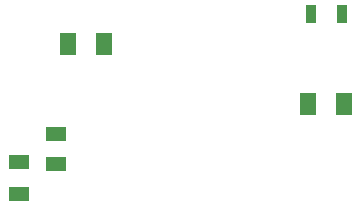
<source format=gbp>
%FSDAX23Y23*%
%MOMM*%
%SFA1B1*%

%IPPOS*%
%ADD10R,1.349997X1.849996*%
%ADD14R,0.857998X1.611997*%
%ADD24R,1.705997X1.154998*%
%ADD25R,1.757996X1.305997*%
%LNbevattningssystem-1*%
%LPD*%
G54D10*
X16889Y38735D03*
X19939D03*
X37209Y33655D03*
X40259D03*
G54D14*
X37407Y41275D03*
X40061D03*
G54D24*
X15875Y28575D03*
Y31126D03*
G54D25*
X12700Y28786D03*
Y26035D03*
M02*
</source>
